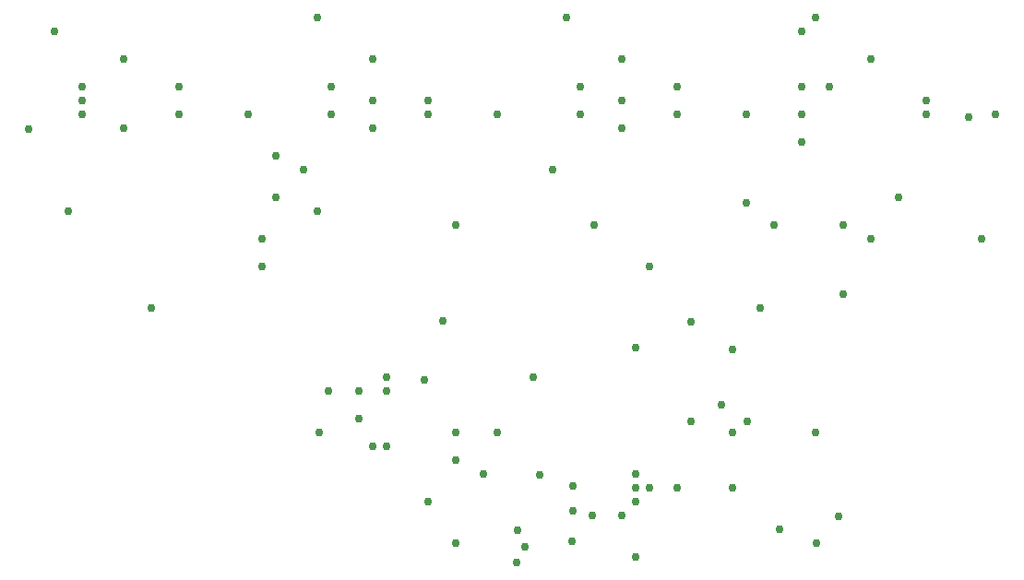
<source format=gbr>
G04 EAGLE Gerber RS-274X export*
G75*
%MOMM*%
%FSLAX34Y34*%
%LPD*%
%INVias*%
%IPPOS*%
%AMOC8*
5,1,8,0,0,1.08239X$1,22.5*%
G01*
%ADD10C,0.756400*%


D10*
X571500Y330426D03*
X533400Y381000D03*
X762000Y508000D03*
X76200Y508000D03*
X596900Y63500D03*
X796290Y62230D03*
X444500Y38100D03*
X500380Y20546D03*
X800100Y330200D03*
X762000Y406400D03*
X787400Y457200D03*
X101600Y444500D03*
X52443Y418203D03*
X444500Y330200D03*
X660400Y149860D03*
X774700Y520700D03*
X698500Y215900D03*
X546100Y520700D03*
X317500Y520700D03*
X609600Y217170D03*
X596900Y444500D03*
X711200Y431800D03*
X482600Y431800D03*
X254000Y431800D03*
X915670Y429260D03*
X304800Y381000D03*
X368300Y444500D03*
X482600Y139700D03*
X416050Y187450D03*
X698500Y139700D03*
X609600Y76200D03*
X515620Y190500D03*
X741680Y50800D03*
X570230Y63500D03*
X825500Y482600D03*
X596900Y482600D03*
X368300Y482600D03*
X139700Y482600D03*
X507774Y34924D03*
X381000Y127000D03*
X419100Y76200D03*
X444500Y114300D03*
X266700Y317500D03*
X266700Y292100D03*
X712470Y149860D03*
X688340Y165100D03*
X609600Y88900D03*
X775236Y38100D03*
X609600Y25400D03*
X355600Y152400D03*
X444500Y139700D03*
X622300Y292100D03*
X622300Y89006D03*
X698500Y88900D03*
X736600Y330200D03*
X647700Y88900D03*
X660400Y241300D03*
X800100Y266700D03*
X825500Y317140D03*
X596900Y419100D03*
X609600Y101600D03*
X501650Y49530D03*
X432435Y241935D03*
X552450Y90170D03*
X368300Y419100D03*
X469900Y101600D03*
X165100Y254000D03*
X551553Y39743D03*
X552450Y67310D03*
X521970Y100330D03*
X139700Y419100D03*
X774700Y139700D03*
X101600Y431800D03*
X190500Y431800D03*
X330200Y431800D03*
X419100Y431800D03*
X558800Y431800D03*
X647700Y431800D03*
X876300Y431800D03*
X762000Y431800D03*
X876300Y444500D03*
X762000Y457200D03*
X558800Y457200D03*
X647700Y456974D03*
X330200Y457200D03*
X419100Y444500D03*
X101600Y457200D03*
X190500Y457200D03*
X850900Y355600D03*
X711200Y350520D03*
X88900Y342900D03*
X317500Y342900D03*
X368300Y127000D03*
X355600Y177800D03*
X327660Y177800D03*
X319504Y139700D03*
X381000Y177800D03*
X381000Y190500D03*
X723900Y254000D03*
X927100Y317500D03*
X939800Y431800D03*
X279400Y355600D03*
X279400Y393700D03*
M02*

</source>
